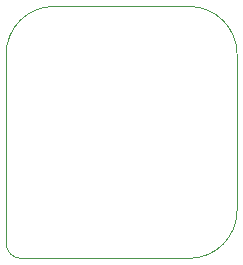
<source format=gbr>
G04 #@! TF.GenerationSoftware,KiCad,Pcbnew,(5.1.4)-1*
G04 #@! TF.CreationDate,2020-11-28T02:07:29-06:00*
G04 #@! TF.ProjectId,NO_Sensor_Breakout,4e4f5f53-656e-4736-9f72-5f427265616b,rev?*
G04 #@! TF.SameCoordinates,Original*
G04 #@! TF.FileFunction,Profile,NP*
%FSLAX46Y46*%
G04 Gerber Fmt 4.6, Leading zero omitted, Abs format (unit mm)*
G04 Created by KiCad (PCBNEW (5.1.4)-1) date 2020-11-28 02:07:29*
%MOMM*%
%LPD*%
G04 APERTURE LIST*
%ADD10C,0.050000*%
G04 APERTURE END LIST*
D10*
X158750000Y-93726000D02*
G75*
G02X157480000Y-92456000I0J1270000D01*
G01*
X157480000Y-76454000D02*
G75*
G02X161544000Y-72390000I4064000J0D01*
G01*
X177038000Y-89662000D02*
G75*
G02X172974000Y-93726000I-4064000J0D01*
G01*
X172974000Y-72390000D02*
G75*
G02X177038000Y-76454000I0J-4064000D01*
G01*
X177038000Y-89662000D02*
X177038000Y-76454000D01*
X161544000Y-72390000D02*
X172974000Y-72390000D01*
X157480000Y-92456000D02*
X157480000Y-76454000D01*
X172974000Y-93726000D02*
X158750000Y-93726000D01*
M02*

</source>
